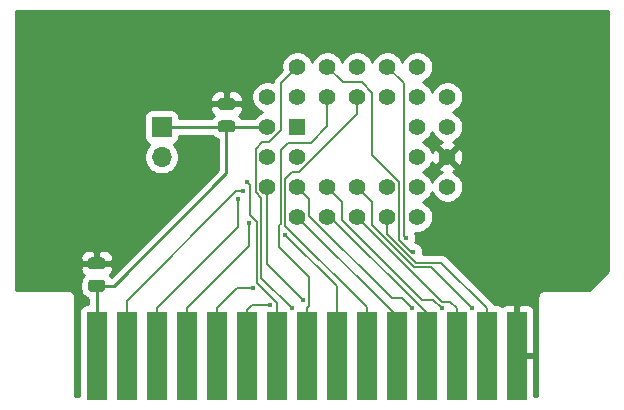
<source format=gbr>
G04 #@! TF.GenerationSoftware,KiCad,Pcbnew,(5.1.8)-1*
G04 #@! TF.CreationDate,2020-11-23T14:14:14+01:00*
G04 #@! TF.ProjectId,MM1_FLASH_128k_A,4d4d315f-464c-4415-9348-5f3132386b5f,R1*
G04 #@! TF.SameCoordinates,PX6b49d20PY52f83c0*
G04 #@! TF.FileFunction,Copper,L2,Bot*
G04 #@! TF.FilePolarity,Positive*
%FSLAX46Y46*%
G04 Gerber Fmt 4.6, Leading zero omitted, Abs format (unit mm)*
G04 Created by KiCad (PCBNEW (5.1.8)-1) date 2020-11-23 14:14:14*
%MOMM*%
%LPD*%
G01*
G04 APERTURE LIST*
G04 #@! TA.AperFunction,SMDPad,CuDef*
%ADD10R,1.700000X7.500000*%
G04 #@! TD*
G04 #@! TA.AperFunction,ComponentPad*
%ADD11R,1.422400X1.422400*%
G04 #@! TD*
G04 #@! TA.AperFunction,ComponentPad*
%ADD12C,1.422400*%
G04 #@! TD*
G04 #@! TA.AperFunction,ComponentPad*
%ADD13R,1.700000X1.700000*%
G04 #@! TD*
G04 #@! TA.AperFunction,ComponentPad*
%ADD14O,1.700000X1.700000*%
G04 #@! TD*
G04 #@! TA.AperFunction,ViaPad*
%ADD15C,0.450000*%
G04 #@! TD*
G04 #@! TA.AperFunction,Conductor*
%ADD16C,0.250000*%
G04 #@! TD*
G04 #@! TA.AperFunction,Conductor*
%ADD17C,0.200000*%
G04 #@! TD*
G04 #@! TA.AperFunction,Conductor*
%ADD18C,0.254000*%
G04 #@! TD*
G04 #@! TA.AperFunction,Conductor*
%ADD19C,0.100000*%
G04 #@! TD*
G04 APERTURE END LIST*
D10*
X7530000Y-29890000D03*
X10070000Y-29890000D03*
X12610000Y-29890000D03*
X15150000Y-29890000D03*
X17690000Y-29890000D03*
X20230000Y-29890000D03*
X22770000Y-29890000D03*
X25310000Y-29890000D03*
X27850000Y-29890000D03*
X30390000Y-29890000D03*
X32930000Y-29890000D03*
X35470000Y-29890000D03*
X38010000Y-29890000D03*
X40550000Y-29890000D03*
X43090000Y-29890000D03*
G04 #@! TA.AperFunction,SMDPad,CuDef*
G36*
G01*
X7025000Y-21550000D02*
X7975000Y-21550000D01*
G75*
G02*
X8225000Y-21800000I0J-250000D01*
G01*
X8225000Y-22300000D01*
G75*
G02*
X7975000Y-22550000I-250000J0D01*
G01*
X7025000Y-22550000D01*
G75*
G02*
X6775000Y-22300000I0J250000D01*
G01*
X6775000Y-21800000D01*
G75*
G02*
X7025000Y-21550000I250000J0D01*
G01*
G37*
G04 #@! TD.AperFunction*
G04 #@! TA.AperFunction,SMDPad,CuDef*
G36*
G01*
X7025000Y-23450000D02*
X7975000Y-23450000D01*
G75*
G02*
X8225000Y-23700000I0J-250000D01*
G01*
X8225000Y-24200000D01*
G75*
G02*
X7975000Y-24450000I-250000J0D01*
G01*
X7025000Y-24450000D01*
G75*
G02*
X6775000Y-24200000I0J250000D01*
G01*
X6775000Y-23700000D01*
G75*
G02*
X7025000Y-23450000I250000J0D01*
G01*
G37*
G04 #@! TD.AperFunction*
G04 #@! TA.AperFunction,SMDPad,CuDef*
G36*
G01*
X18975000Y-10950000D02*
X18025000Y-10950000D01*
G75*
G02*
X17775000Y-10700000I0J250000D01*
G01*
X17775000Y-10200000D01*
G75*
G02*
X18025000Y-9950000I250000J0D01*
G01*
X18975000Y-9950000D01*
G75*
G02*
X19225000Y-10200000I0J-250000D01*
G01*
X19225000Y-10700000D01*
G75*
G02*
X18975000Y-10950000I-250000J0D01*
G01*
G37*
G04 #@! TD.AperFunction*
G04 #@! TA.AperFunction,SMDPad,CuDef*
G36*
G01*
X18975000Y-9050000D02*
X18025000Y-9050000D01*
G75*
G02*
X17775000Y-8800000I0J250000D01*
G01*
X17775000Y-8300000D01*
G75*
G02*
X18025000Y-8050000I250000J0D01*
G01*
X18975000Y-8050000D01*
G75*
G02*
X19225000Y-8300000I0J-250000D01*
G01*
X19225000Y-8800000D01*
G75*
G02*
X18975000Y-9050000I-250000J0D01*
G01*
G37*
G04 #@! TD.AperFunction*
D11*
X24500000Y-10500000D03*
D12*
X24500000Y-13040000D03*
X24500000Y-7960000D03*
X21960000Y-13040000D03*
X21960000Y-15580000D03*
X21960000Y-10500000D03*
X21960000Y-7960000D03*
X24500000Y-15580000D03*
X27040000Y-15580000D03*
X29580000Y-15580000D03*
X32120000Y-15580000D03*
X24500000Y-18120000D03*
X27040000Y-18120000D03*
X29580000Y-18120000D03*
X32120000Y-18120000D03*
X34660000Y-18120000D03*
X34660000Y-15580000D03*
X34660000Y-13040000D03*
X34660000Y-10500000D03*
X34660000Y-5420000D03*
X37200000Y-15580000D03*
X37200000Y-13040000D03*
X37200000Y-10500000D03*
X37200000Y-7960000D03*
X34660000Y-7960000D03*
X32120000Y-7960000D03*
X29580000Y-7960000D03*
X27040000Y-7960000D03*
X32120000Y-5420000D03*
X29580000Y-5420000D03*
X27040000Y-5420000D03*
X24500000Y-5420000D03*
D13*
X13000000Y-10500000D03*
D14*
X13000000Y-13040000D03*
D15*
X11867500Y-17500500D03*
X39420000Y-20340000D03*
X19928400Y-15958400D03*
X19463000Y-16602800D03*
X20395200Y-18601400D03*
X20765400Y-24111600D03*
X22205700Y-25537400D03*
X20269390Y-15151100D03*
X24040000Y-25859700D03*
X23493200Y-19613600D03*
X24980600Y-25163000D03*
X33697600Y-19909500D03*
X34316600Y-21066300D03*
X34200000Y-25859700D03*
X36740000Y-25859700D03*
X39280000Y-25859700D03*
D16*
X7500000Y-21868000D02*
X7500000Y-22050000D01*
X43090000Y-29890000D02*
X43090000Y-18930000D01*
X43090000Y-18930000D02*
X37200000Y-13040000D01*
X18500000Y-10475000D02*
X13025000Y-10475000D01*
X21960000Y-10500000D02*
X18525000Y-10500000D01*
X18525000Y-10500000D02*
X18500000Y-10475000D01*
X18500000Y-10475000D02*
X18500000Y-10450000D01*
X7530000Y-23950000D02*
X7530000Y-29890000D01*
X7500000Y-23950000D02*
X7530000Y-23950000D01*
X7500000Y-23950000D02*
X8990000Y-23950000D01*
X8990000Y-23950000D02*
X18500000Y-14440000D01*
X13025000Y-10475000D02*
X13000000Y-10500000D01*
X18500000Y-10450000D02*
X18500000Y-14440000D01*
D17*
X19928400Y-15958400D02*
X19343000Y-15958400D01*
X19343000Y-15958400D02*
X10070000Y-25231400D01*
X10070000Y-25231400D02*
X10070000Y-29890000D01*
X12610000Y-25859700D02*
X19463000Y-19006700D01*
X19463000Y-19006700D02*
X19463000Y-16602800D01*
X12610000Y-29890000D02*
X12610000Y-25859700D01*
X20395200Y-18601400D02*
X20395200Y-20614500D01*
X20395200Y-20614500D02*
X15150000Y-25859700D01*
X15150000Y-29890000D02*
X15150000Y-25859700D01*
X17690000Y-29890000D02*
X17690000Y-25840000D01*
X19418400Y-24111600D02*
X20765400Y-24111600D01*
X17690000Y-25840000D02*
X19418400Y-24111600D01*
X20230000Y-29890000D02*
X20230000Y-25990000D01*
X20682600Y-25537400D02*
X22205700Y-25537400D01*
X20230000Y-25990000D02*
X20682600Y-25537400D01*
X22770000Y-25384100D02*
X21073500Y-23687600D01*
X20494389Y-15376099D02*
X20269390Y-15151100D01*
X21073500Y-23687600D02*
X21073500Y-18564900D01*
X21073500Y-18564900D02*
X20494389Y-17985789D01*
X22770000Y-29890000D02*
X22770000Y-25384100D01*
X20494389Y-17985789D02*
X20494389Y-15376099D01*
X27040000Y-10420000D02*
X27040000Y-7960000D01*
X25630000Y-11830000D02*
X27040000Y-10420000D01*
X23087500Y-18691900D02*
X23087500Y-12432500D01*
X22974700Y-20676600D02*
X22974700Y-18804700D01*
X22974700Y-18804700D02*
X23087500Y-18691900D01*
X25485900Y-23187800D02*
X22974700Y-20676600D01*
X25485900Y-25683800D02*
X25485900Y-23187800D01*
X23690000Y-11830000D02*
X25630000Y-11830000D01*
X23087500Y-12432500D02*
X23690000Y-11830000D01*
X25310000Y-25859700D02*
X25485900Y-25683800D01*
X25310000Y-29890000D02*
X25310000Y-25859700D01*
X23123800Y-10801600D02*
X23123800Y-6796200D01*
X22141300Y-11784100D02*
X23123800Y-10801600D01*
X21515900Y-11784100D02*
X22141300Y-11784100D01*
X23123800Y-6796200D02*
X24500000Y-5420000D01*
X20968400Y-12331600D02*
X21515900Y-11784100D01*
X20968400Y-15990600D02*
X20968400Y-12331600D01*
X21453900Y-16476100D02*
X20968400Y-15990600D01*
X21453900Y-23273600D02*
X21453900Y-16476100D01*
X24040000Y-25859700D02*
X21453900Y-23273600D01*
X23493200Y-19613600D02*
X27850000Y-23970400D01*
X27850000Y-23970400D02*
X27850000Y-29890000D01*
X21960000Y-15580000D02*
X21960000Y-22142400D01*
X21960000Y-22142400D02*
X24980600Y-25163000D01*
X29580000Y-9372300D02*
X29580000Y-7960000D01*
X24642300Y-14310000D02*
X29580000Y-9372300D01*
X24080000Y-14310000D02*
X24642300Y-14310000D01*
X23496000Y-14894000D02*
X24080000Y-14310000D01*
X30390000Y-25774000D02*
X23496000Y-18880000D01*
X23496000Y-18880000D02*
X23496000Y-14894000D01*
X30390000Y-29890000D02*
X30390000Y-25774000D01*
X32120000Y-5420000D02*
X33521500Y-6821500D01*
X33521500Y-6821500D02*
X33521500Y-19733400D01*
X33521500Y-19733400D02*
X33697600Y-19909500D01*
X32930000Y-26550000D02*
X24500000Y-18120000D01*
X32930000Y-29890000D02*
X32930000Y-26550000D01*
X34139700Y-21066300D02*
X34316600Y-21066300D01*
X33130400Y-20057000D02*
X34139700Y-21066300D01*
X33130400Y-15188100D02*
X33130400Y-20057000D01*
X29970000Y-6710000D02*
X30850000Y-7590000D01*
X30850000Y-12907700D02*
X33130400Y-15188100D01*
X30850000Y-7590000D02*
X30850000Y-12907700D01*
X28330000Y-6710000D02*
X29970000Y-6710000D01*
X27040000Y-5420000D02*
X28330000Y-6710000D01*
X27304300Y-18120000D02*
X27040000Y-18120000D01*
X35470000Y-26285700D02*
X27304300Y-18120000D01*
X35470000Y-29890000D02*
X35470000Y-26285700D01*
X24500000Y-15580000D02*
X25497100Y-16577100D01*
X25497100Y-16577100D02*
X25497100Y-18001500D01*
X25497100Y-18001500D02*
X32488400Y-24992800D01*
X32488400Y-24992800D02*
X33333100Y-24992800D01*
X33333100Y-24992800D02*
X34200000Y-25859700D01*
X38010000Y-29890000D02*
X38010000Y-25859700D01*
X29580000Y-18120000D02*
X36768100Y-25308100D01*
X36768100Y-25308100D02*
X37458400Y-25308100D01*
X37458400Y-25308100D02*
X38010000Y-25859700D01*
X27040000Y-15580000D02*
X28310000Y-16850000D01*
X28310000Y-16850000D02*
X28310000Y-18348400D01*
X28310000Y-18348400D02*
X35086500Y-25124900D01*
X35086500Y-25124900D02*
X36005200Y-25124900D01*
X36005200Y-25124900D02*
X36740000Y-25859700D01*
X40550000Y-25859700D02*
X36677200Y-21986900D01*
X36677200Y-21986900D02*
X34522500Y-21986900D01*
X34522500Y-21986900D02*
X32120000Y-19584400D01*
X32120000Y-19584400D02*
X32120000Y-18120000D01*
X40550000Y-29890000D02*
X40550000Y-25859700D01*
X39280000Y-25859700D02*
X35787500Y-22367200D01*
X35787500Y-22367200D02*
X34365000Y-22367200D01*
X34365000Y-22367200D02*
X30816400Y-18818600D01*
X30816400Y-18818600D02*
X30816400Y-16816400D01*
X30816400Y-16816400D02*
X29580000Y-15580000D01*
D18*
X50790000Y-22705908D02*
X49205909Y-24290000D01*
X45534877Y-24290000D01*
X45500000Y-24286565D01*
X45465123Y-24290000D01*
X45360816Y-24300273D01*
X45226980Y-24340872D01*
X45103637Y-24406800D01*
X44995525Y-24495525D01*
X44906800Y-24603637D01*
X44840872Y-24726980D01*
X44800273Y-24860816D01*
X44786565Y-25000000D01*
X44790000Y-25034876D01*
X44790001Y-33290000D01*
X44577762Y-33290000D01*
X44575000Y-30175750D01*
X44416250Y-30017000D01*
X43217000Y-30017000D01*
X43217000Y-30037000D01*
X42963000Y-30037000D01*
X42963000Y-30017000D01*
X42943000Y-30017000D01*
X42943000Y-29763000D01*
X42963000Y-29763000D01*
X42963000Y-25663750D01*
X43217000Y-25663750D01*
X43217000Y-29763000D01*
X44416250Y-29763000D01*
X44575000Y-29604250D01*
X44578072Y-26140000D01*
X44565812Y-26015518D01*
X44529502Y-25895820D01*
X44470537Y-25785506D01*
X44391185Y-25688815D01*
X44294494Y-25609463D01*
X44184180Y-25550498D01*
X44064482Y-25514188D01*
X43940000Y-25501928D01*
X43375750Y-25505000D01*
X43217000Y-25663750D01*
X42963000Y-25663750D01*
X42804250Y-25505000D01*
X42240000Y-25501928D01*
X42115518Y-25514188D01*
X41995820Y-25550498D01*
X41885506Y-25609463D01*
X41820000Y-25663222D01*
X41754494Y-25609463D01*
X41644180Y-25550498D01*
X41524482Y-25514188D01*
X41400000Y-25501928D01*
X41192174Y-25501928D01*
X41164087Y-25449380D01*
X41072238Y-25337462D01*
X41044193Y-25314446D01*
X37222459Y-21492713D01*
X37199438Y-21464662D01*
X37087520Y-21372813D01*
X36959833Y-21304563D01*
X36821285Y-21262535D01*
X36713305Y-21251900D01*
X36677200Y-21248344D01*
X36641095Y-21251900D01*
X35156531Y-21251900D01*
X35176600Y-21151003D01*
X35176600Y-20981597D01*
X35143551Y-20815447D01*
X35078722Y-20658937D01*
X34984605Y-20518082D01*
X34864818Y-20398295D01*
X34723963Y-20304178D01*
X34567453Y-20239349D01*
X34497586Y-20225452D01*
X34524551Y-20160353D01*
X34557600Y-19994203D01*
X34557600Y-19824797D01*
X34524551Y-19658647D01*
X34459722Y-19502137D01*
X34421653Y-19445164D01*
X34527411Y-19466200D01*
X34792589Y-19466200D01*
X35052672Y-19414467D01*
X35297665Y-19312987D01*
X35518153Y-19165662D01*
X35705662Y-18978153D01*
X35852987Y-18757665D01*
X35954467Y-18512672D01*
X36006200Y-18252589D01*
X36006200Y-17987411D01*
X35954467Y-17727328D01*
X35852987Y-17482335D01*
X35705662Y-17261847D01*
X35518153Y-17074338D01*
X35297665Y-16927013D01*
X35111740Y-16850000D01*
X35297665Y-16772987D01*
X35518153Y-16625662D01*
X35705662Y-16438153D01*
X35852987Y-16217665D01*
X35930000Y-16031740D01*
X36007013Y-16217665D01*
X36154338Y-16438153D01*
X36341847Y-16625662D01*
X36562335Y-16772987D01*
X36807328Y-16874467D01*
X37067411Y-16926200D01*
X37332589Y-16926200D01*
X37592672Y-16874467D01*
X37837665Y-16772987D01*
X38058153Y-16625662D01*
X38245662Y-16438153D01*
X38392987Y-16217665D01*
X38494467Y-15972672D01*
X38546200Y-15712589D01*
X38546200Y-15447411D01*
X38494467Y-15187328D01*
X38392987Y-14942335D01*
X38245662Y-14721847D01*
X38058153Y-14534338D01*
X37837665Y-14387013D01*
X37649400Y-14309031D01*
X37785280Y-14259542D01*
X37888848Y-14204183D01*
X37949668Y-13969273D01*
X37200000Y-13219605D01*
X36450332Y-13969273D01*
X36511152Y-14204183D01*
X36742934Y-14312206D01*
X36562335Y-14387013D01*
X36341847Y-14534338D01*
X36154338Y-14721847D01*
X36007013Y-14942335D01*
X35930000Y-15128260D01*
X35852987Y-14942335D01*
X35705662Y-14721847D01*
X35518153Y-14534338D01*
X35297665Y-14387013D01*
X35111740Y-14310000D01*
X35297665Y-14232987D01*
X35518153Y-14085662D01*
X35705662Y-13898153D01*
X35852987Y-13677665D01*
X35930969Y-13489400D01*
X35980458Y-13625280D01*
X36035817Y-13728848D01*
X36270727Y-13789668D01*
X37020395Y-13040000D01*
X37379605Y-13040000D01*
X38129273Y-13789668D01*
X38364183Y-13728848D01*
X38476202Y-13488491D01*
X38539176Y-13230898D01*
X38550687Y-12965970D01*
X38510291Y-12703887D01*
X38419542Y-12454720D01*
X38364183Y-12351152D01*
X38129273Y-12290332D01*
X37379605Y-13040000D01*
X37020395Y-13040000D01*
X36270727Y-12290332D01*
X36035817Y-12351152D01*
X35927794Y-12582934D01*
X35852987Y-12402335D01*
X35705662Y-12181847D01*
X35518153Y-11994338D01*
X35297665Y-11847013D01*
X35111740Y-11770000D01*
X35297665Y-11692987D01*
X35518153Y-11545662D01*
X35705662Y-11358153D01*
X35852987Y-11137665D01*
X35930000Y-10951740D01*
X36007013Y-11137665D01*
X36154338Y-11358153D01*
X36341847Y-11545662D01*
X36562335Y-11692987D01*
X36750600Y-11770969D01*
X36614720Y-11820458D01*
X36511152Y-11875817D01*
X36450332Y-12110727D01*
X37200000Y-12860395D01*
X37949668Y-12110727D01*
X37888848Y-11875817D01*
X37657066Y-11767794D01*
X37837665Y-11692987D01*
X38058153Y-11545662D01*
X38245662Y-11358153D01*
X38392987Y-11137665D01*
X38494467Y-10892672D01*
X38546200Y-10632589D01*
X38546200Y-10367411D01*
X38494467Y-10107328D01*
X38392987Y-9862335D01*
X38245662Y-9641847D01*
X38058153Y-9454338D01*
X37837665Y-9307013D01*
X37651740Y-9230000D01*
X37837665Y-9152987D01*
X38058153Y-9005662D01*
X38245662Y-8818153D01*
X38392987Y-8597665D01*
X38494467Y-8352672D01*
X38546200Y-8092589D01*
X38546200Y-7827411D01*
X38494467Y-7567328D01*
X38392987Y-7322335D01*
X38245662Y-7101847D01*
X38058153Y-6914338D01*
X37837665Y-6767013D01*
X37592672Y-6665533D01*
X37332589Y-6613800D01*
X37067411Y-6613800D01*
X36807328Y-6665533D01*
X36562335Y-6767013D01*
X36341847Y-6914338D01*
X36154338Y-7101847D01*
X36007013Y-7322335D01*
X35930000Y-7508260D01*
X35852987Y-7322335D01*
X35705662Y-7101847D01*
X35518153Y-6914338D01*
X35297665Y-6767013D01*
X35111740Y-6690000D01*
X35297665Y-6612987D01*
X35518153Y-6465662D01*
X35705662Y-6278153D01*
X35852987Y-6057665D01*
X35954467Y-5812672D01*
X36006200Y-5552589D01*
X36006200Y-5287411D01*
X35954467Y-5027328D01*
X35852987Y-4782335D01*
X35705662Y-4561847D01*
X35518153Y-4374338D01*
X35297665Y-4227013D01*
X35052672Y-4125533D01*
X34792589Y-4073800D01*
X34527411Y-4073800D01*
X34267328Y-4125533D01*
X34022335Y-4227013D01*
X33801847Y-4374338D01*
X33614338Y-4561847D01*
X33467013Y-4782335D01*
X33390000Y-4968260D01*
X33312987Y-4782335D01*
X33165662Y-4561847D01*
X32978153Y-4374338D01*
X32757665Y-4227013D01*
X32512672Y-4125533D01*
X32252589Y-4073800D01*
X31987411Y-4073800D01*
X31727328Y-4125533D01*
X31482335Y-4227013D01*
X31261847Y-4374338D01*
X31074338Y-4561847D01*
X30927013Y-4782335D01*
X30850000Y-4968260D01*
X30772987Y-4782335D01*
X30625662Y-4561847D01*
X30438153Y-4374338D01*
X30217665Y-4227013D01*
X29972672Y-4125533D01*
X29712589Y-4073800D01*
X29447411Y-4073800D01*
X29187328Y-4125533D01*
X28942335Y-4227013D01*
X28721847Y-4374338D01*
X28534338Y-4561847D01*
X28387013Y-4782335D01*
X28310000Y-4968260D01*
X28232987Y-4782335D01*
X28085662Y-4561847D01*
X27898153Y-4374338D01*
X27677665Y-4227013D01*
X27432672Y-4125533D01*
X27172589Y-4073800D01*
X26907411Y-4073800D01*
X26647328Y-4125533D01*
X26402335Y-4227013D01*
X26181847Y-4374338D01*
X25994338Y-4561847D01*
X25847013Y-4782335D01*
X25770000Y-4968260D01*
X25692987Y-4782335D01*
X25545662Y-4561847D01*
X25358153Y-4374338D01*
X25137665Y-4227013D01*
X24892672Y-4125533D01*
X24632589Y-4073800D01*
X24367411Y-4073800D01*
X24107328Y-4125533D01*
X23862335Y-4227013D01*
X23641847Y-4374338D01*
X23454338Y-4561847D01*
X23307013Y-4782335D01*
X23205533Y-5027328D01*
X23153800Y-5287411D01*
X23153800Y-5552589D01*
X23182695Y-5697858D01*
X22629608Y-6250946D01*
X22601563Y-6273962D01*
X22509714Y-6385880D01*
X22487539Y-6427367D01*
X22441464Y-6513567D01*
X22399435Y-6652115D01*
X22396332Y-6683618D01*
X22352672Y-6665533D01*
X22092589Y-6613800D01*
X21827411Y-6613800D01*
X21567328Y-6665533D01*
X21322335Y-6767013D01*
X21101847Y-6914338D01*
X20914338Y-7101847D01*
X20767013Y-7322335D01*
X20665533Y-7567328D01*
X20613800Y-7827411D01*
X20613800Y-8092589D01*
X20665533Y-8352672D01*
X20767013Y-8597665D01*
X20914338Y-8818153D01*
X21101847Y-9005662D01*
X21322335Y-9152987D01*
X21508260Y-9230000D01*
X21322335Y-9307013D01*
X21101847Y-9454338D01*
X20914338Y-9641847D01*
X20848754Y-9740000D01*
X19731250Y-9740000D01*
X19713405Y-9706614D01*
X19602962Y-9572038D01*
X19596406Y-9566658D01*
X19676185Y-9501185D01*
X19755537Y-9404494D01*
X19814502Y-9294180D01*
X19850812Y-9174482D01*
X19863072Y-9050000D01*
X19860000Y-8835750D01*
X19701250Y-8677000D01*
X18627000Y-8677000D01*
X18627000Y-8697000D01*
X18373000Y-8697000D01*
X18373000Y-8677000D01*
X17298750Y-8677000D01*
X17140000Y-8835750D01*
X17136928Y-9050000D01*
X17149188Y-9174482D01*
X17185498Y-9294180D01*
X17244463Y-9404494D01*
X17323815Y-9501185D01*
X17403594Y-9566658D01*
X17397038Y-9572038D01*
X17286595Y-9706614D01*
X17282113Y-9715000D01*
X14488072Y-9715000D01*
X14488072Y-9650000D01*
X14475812Y-9525518D01*
X14439502Y-9405820D01*
X14380537Y-9295506D01*
X14301185Y-9198815D01*
X14204494Y-9119463D01*
X14094180Y-9060498D01*
X13974482Y-9024188D01*
X13850000Y-9011928D01*
X12150000Y-9011928D01*
X12025518Y-9024188D01*
X11905820Y-9060498D01*
X11795506Y-9119463D01*
X11698815Y-9198815D01*
X11619463Y-9295506D01*
X11560498Y-9405820D01*
X11524188Y-9525518D01*
X11511928Y-9650000D01*
X11511928Y-11350000D01*
X11524188Y-11474482D01*
X11560498Y-11594180D01*
X11619463Y-11704494D01*
X11698815Y-11801185D01*
X11795506Y-11880537D01*
X11905820Y-11939502D01*
X11978380Y-11961513D01*
X11846525Y-12093368D01*
X11684010Y-12336589D01*
X11572068Y-12606842D01*
X11515000Y-12893740D01*
X11515000Y-13186260D01*
X11572068Y-13473158D01*
X11684010Y-13743411D01*
X11846525Y-13986632D01*
X12053368Y-14193475D01*
X12296589Y-14355990D01*
X12566842Y-14467932D01*
X12853740Y-14525000D01*
X13146260Y-14525000D01*
X13433158Y-14467932D01*
X13703411Y-14355990D01*
X13946632Y-14193475D01*
X14153475Y-13986632D01*
X14315990Y-13743411D01*
X14427932Y-13473158D01*
X14485000Y-13186260D01*
X14485000Y-12893740D01*
X14427932Y-12606842D01*
X14315990Y-12336589D01*
X14153475Y-12093368D01*
X14021620Y-11961513D01*
X14094180Y-11939502D01*
X14204494Y-11880537D01*
X14301185Y-11801185D01*
X14380537Y-11704494D01*
X14439502Y-11594180D01*
X14475812Y-11474482D01*
X14488072Y-11350000D01*
X14488072Y-11235000D01*
X17320747Y-11235000D01*
X17397038Y-11327962D01*
X17531614Y-11438405D01*
X17685150Y-11520472D01*
X17740000Y-11537111D01*
X17740001Y-14125197D01*
X8688695Y-23176504D01*
X8602962Y-23072038D01*
X8596406Y-23066658D01*
X8676185Y-23001185D01*
X8755537Y-22904494D01*
X8814502Y-22794180D01*
X8850812Y-22674482D01*
X8863072Y-22550000D01*
X8860000Y-22335750D01*
X8701250Y-22177000D01*
X7627000Y-22177000D01*
X7627000Y-22197000D01*
X7373000Y-22197000D01*
X7373000Y-22177000D01*
X6298750Y-22177000D01*
X6140000Y-22335750D01*
X6136928Y-22550000D01*
X6149188Y-22674482D01*
X6185498Y-22794180D01*
X6244463Y-22904494D01*
X6323815Y-23001185D01*
X6403594Y-23066658D01*
X6397038Y-23072038D01*
X6286595Y-23206614D01*
X6204528Y-23360150D01*
X6153992Y-23526746D01*
X6136928Y-23700000D01*
X6136928Y-24200000D01*
X6153992Y-24373254D01*
X6204528Y-24539850D01*
X6286595Y-24693386D01*
X6397038Y-24827962D01*
X6531614Y-24938405D01*
X6685150Y-25020472D01*
X6770000Y-25046211D01*
X6770000Y-25501928D01*
X6680000Y-25501928D01*
X6555518Y-25514188D01*
X6435820Y-25550498D01*
X6325506Y-25609463D01*
X6228815Y-25688815D01*
X6149463Y-25785506D01*
X6090498Y-25895820D01*
X6054188Y-26015518D01*
X6041928Y-26140000D01*
X6041928Y-33290000D01*
X5710000Y-33290000D01*
X5710000Y-25034876D01*
X5713435Y-25000000D01*
X5699727Y-24860816D01*
X5659128Y-24726980D01*
X5593200Y-24603637D01*
X5504475Y-24495525D01*
X5396363Y-24406800D01*
X5273020Y-24340872D01*
X5139184Y-24300273D01*
X5034877Y-24290000D01*
X5000000Y-24286565D01*
X4965123Y-24290000D01*
X710000Y-24290000D01*
X710000Y-21550000D01*
X6136928Y-21550000D01*
X6140000Y-21764250D01*
X6298750Y-21923000D01*
X7373000Y-21923000D01*
X7373000Y-21073750D01*
X7627000Y-21073750D01*
X7627000Y-21923000D01*
X8701250Y-21923000D01*
X8860000Y-21764250D01*
X8863072Y-21550000D01*
X8850812Y-21425518D01*
X8814502Y-21305820D01*
X8755537Y-21195506D01*
X8676185Y-21098815D01*
X8579494Y-21019463D01*
X8469180Y-20960498D01*
X8349482Y-20924188D01*
X8225000Y-20911928D01*
X7785750Y-20915000D01*
X7627000Y-21073750D01*
X7373000Y-21073750D01*
X7214250Y-20915000D01*
X6775000Y-20911928D01*
X6650518Y-20924188D01*
X6530820Y-20960498D01*
X6420506Y-21019463D01*
X6323815Y-21098815D01*
X6244463Y-21195506D01*
X6185498Y-21305820D01*
X6149188Y-21425518D01*
X6136928Y-21550000D01*
X710000Y-21550000D01*
X710000Y-8050000D01*
X17136928Y-8050000D01*
X17140000Y-8264250D01*
X17298750Y-8423000D01*
X18373000Y-8423000D01*
X18373000Y-7573750D01*
X18627000Y-7573750D01*
X18627000Y-8423000D01*
X19701250Y-8423000D01*
X19860000Y-8264250D01*
X19863072Y-8050000D01*
X19850812Y-7925518D01*
X19814502Y-7805820D01*
X19755537Y-7695506D01*
X19676185Y-7598815D01*
X19579494Y-7519463D01*
X19469180Y-7460498D01*
X19349482Y-7424188D01*
X19225000Y-7411928D01*
X18785750Y-7415000D01*
X18627000Y-7573750D01*
X18373000Y-7573750D01*
X18214250Y-7415000D01*
X17775000Y-7411928D01*
X17650518Y-7424188D01*
X17530820Y-7460498D01*
X17420506Y-7519463D01*
X17323815Y-7598815D01*
X17244463Y-7695506D01*
X17185498Y-7805820D01*
X17149188Y-7925518D01*
X17136928Y-8050000D01*
X710000Y-8050000D01*
X710000Y-710000D01*
X50790001Y-710000D01*
X50790000Y-22705908D01*
G04 #@! TA.AperFunction,Conductor*
D19*
G36*
X50790000Y-22705908D02*
G01*
X49205909Y-24290000D01*
X45534877Y-24290000D01*
X45500000Y-24286565D01*
X45465123Y-24290000D01*
X45360816Y-24300273D01*
X45226980Y-24340872D01*
X45103637Y-24406800D01*
X44995525Y-24495525D01*
X44906800Y-24603637D01*
X44840872Y-24726980D01*
X44800273Y-24860816D01*
X44786565Y-25000000D01*
X44790000Y-25034876D01*
X44790001Y-33290000D01*
X44577762Y-33290000D01*
X44575000Y-30175750D01*
X44416250Y-30017000D01*
X43217000Y-30017000D01*
X43217000Y-30037000D01*
X42963000Y-30037000D01*
X42963000Y-30017000D01*
X42943000Y-30017000D01*
X42943000Y-29763000D01*
X42963000Y-29763000D01*
X42963000Y-25663750D01*
X43217000Y-25663750D01*
X43217000Y-29763000D01*
X44416250Y-29763000D01*
X44575000Y-29604250D01*
X44578072Y-26140000D01*
X44565812Y-26015518D01*
X44529502Y-25895820D01*
X44470537Y-25785506D01*
X44391185Y-25688815D01*
X44294494Y-25609463D01*
X44184180Y-25550498D01*
X44064482Y-25514188D01*
X43940000Y-25501928D01*
X43375750Y-25505000D01*
X43217000Y-25663750D01*
X42963000Y-25663750D01*
X42804250Y-25505000D01*
X42240000Y-25501928D01*
X42115518Y-25514188D01*
X41995820Y-25550498D01*
X41885506Y-25609463D01*
X41820000Y-25663222D01*
X41754494Y-25609463D01*
X41644180Y-25550498D01*
X41524482Y-25514188D01*
X41400000Y-25501928D01*
X41192174Y-25501928D01*
X41164087Y-25449380D01*
X41072238Y-25337462D01*
X41044193Y-25314446D01*
X37222459Y-21492713D01*
X37199438Y-21464662D01*
X37087520Y-21372813D01*
X36959833Y-21304563D01*
X36821285Y-21262535D01*
X36713305Y-21251900D01*
X36677200Y-21248344D01*
X36641095Y-21251900D01*
X35156531Y-21251900D01*
X35176600Y-21151003D01*
X35176600Y-20981597D01*
X35143551Y-20815447D01*
X35078722Y-20658937D01*
X34984605Y-20518082D01*
X34864818Y-20398295D01*
X34723963Y-20304178D01*
X34567453Y-20239349D01*
X34497586Y-20225452D01*
X34524551Y-20160353D01*
X34557600Y-19994203D01*
X34557600Y-19824797D01*
X34524551Y-19658647D01*
X34459722Y-19502137D01*
X34421653Y-19445164D01*
X34527411Y-19466200D01*
X34792589Y-19466200D01*
X35052672Y-19414467D01*
X35297665Y-19312987D01*
X35518153Y-19165662D01*
X35705662Y-18978153D01*
X35852987Y-18757665D01*
X35954467Y-18512672D01*
X36006200Y-18252589D01*
X36006200Y-17987411D01*
X35954467Y-17727328D01*
X35852987Y-17482335D01*
X35705662Y-17261847D01*
X35518153Y-17074338D01*
X35297665Y-16927013D01*
X35111740Y-16850000D01*
X35297665Y-16772987D01*
X35518153Y-16625662D01*
X35705662Y-16438153D01*
X35852987Y-16217665D01*
X35930000Y-16031740D01*
X36007013Y-16217665D01*
X36154338Y-16438153D01*
X36341847Y-16625662D01*
X36562335Y-16772987D01*
X36807328Y-16874467D01*
X37067411Y-16926200D01*
X37332589Y-16926200D01*
X37592672Y-16874467D01*
X37837665Y-16772987D01*
X38058153Y-16625662D01*
X38245662Y-16438153D01*
X38392987Y-16217665D01*
X38494467Y-15972672D01*
X38546200Y-15712589D01*
X38546200Y-15447411D01*
X38494467Y-15187328D01*
X38392987Y-14942335D01*
X38245662Y-14721847D01*
X38058153Y-14534338D01*
X37837665Y-14387013D01*
X37649400Y-14309031D01*
X37785280Y-14259542D01*
X37888848Y-14204183D01*
X37949668Y-13969273D01*
X37200000Y-13219605D01*
X36450332Y-13969273D01*
X36511152Y-14204183D01*
X36742934Y-14312206D01*
X36562335Y-14387013D01*
X36341847Y-14534338D01*
X36154338Y-14721847D01*
X36007013Y-14942335D01*
X35930000Y-15128260D01*
X35852987Y-14942335D01*
X35705662Y-14721847D01*
X35518153Y-14534338D01*
X35297665Y-14387013D01*
X35111740Y-14310000D01*
X35297665Y-14232987D01*
X35518153Y-14085662D01*
X35705662Y-13898153D01*
X35852987Y-13677665D01*
X35930969Y-13489400D01*
X35980458Y-13625280D01*
X36035817Y-13728848D01*
X36270727Y-13789668D01*
X37020395Y-13040000D01*
X37379605Y-13040000D01*
X38129273Y-13789668D01*
X38364183Y-13728848D01*
X38476202Y-13488491D01*
X38539176Y-13230898D01*
X38550687Y-12965970D01*
X38510291Y-12703887D01*
X38419542Y-12454720D01*
X38364183Y-12351152D01*
X38129273Y-12290332D01*
X37379605Y-13040000D01*
X37020395Y-13040000D01*
X36270727Y-12290332D01*
X36035817Y-12351152D01*
X35927794Y-12582934D01*
X35852987Y-12402335D01*
X35705662Y-12181847D01*
X35518153Y-11994338D01*
X35297665Y-11847013D01*
X35111740Y-11770000D01*
X35297665Y-11692987D01*
X35518153Y-11545662D01*
X35705662Y-11358153D01*
X35852987Y-11137665D01*
X35930000Y-10951740D01*
X36007013Y-11137665D01*
X36154338Y-11358153D01*
X36341847Y-11545662D01*
X36562335Y-11692987D01*
X36750600Y-11770969D01*
X36614720Y-11820458D01*
X36511152Y-11875817D01*
X36450332Y-12110727D01*
X37200000Y-12860395D01*
X37949668Y-12110727D01*
X37888848Y-11875817D01*
X37657066Y-11767794D01*
X37837665Y-11692987D01*
X38058153Y-11545662D01*
X38245662Y-11358153D01*
X38392987Y-11137665D01*
X38494467Y-10892672D01*
X38546200Y-10632589D01*
X38546200Y-10367411D01*
X38494467Y-10107328D01*
X38392987Y-9862335D01*
X38245662Y-9641847D01*
X38058153Y-9454338D01*
X37837665Y-9307013D01*
X37651740Y-9230000D01*
X37837665Y-9152987D01*
X38058153Y-9005662D01*
X38245662Y-8818153D01*
X38392987Y-8597665D01*
X38494467Y-8352672D01*
X38546200Y-8092589D01*
X38546200Y-7827411D01*
X38494467Y-7567328D01*
X38392987Y-7322335D01*
X38245662Y-7101847D01*
X38058153Y-6914338D01*
X37837665Y-6767013D01*
X37592672Y-6665533D01*
X37332589Y-6613800D01*
X37067411Y-6613800D01*
X36807328Y-6665533D01*
X36562335Y-6767013D01*
X36341847Y-6914338D01*
X36154338Y-7101847D01*
X36007013Y-7322335D01*
X35930000Y-7508260D01*
X35852987Y-7322335D01*
X35705662Y-7101847D01*
X35518153Y-6914338D01*
X35297665Y-6767013D01*
X35111740Y-6690000D01*
X35297665Y-6612987D01*
X35518153Y-6465662D01*
X35705662Y-6278153D01*
X35852987Y-6057665D01*
X35954467Y-5812672D01*
X36006200Y-5552589D01*
X36006200Y-5287411D01*
X35954467Y-5027328D01*
X35852987Y-4782335D01*
X35705662Y-4561847D01*
X35518153Y-4374338D01*
X35297665Y-4227013D01*
X35052672Y-4125533D01*
X34792589Y-4073800D01*
X34527411Y-4073800D01*
X34267328Y-4125533D01*
X34022335Y-4227013D01*
X33801847Y-4374338D01*
X33614338Y-4561847D01*
X33467013Y-4782335D01*
X33390000Y-4968260D01*
X33312987Y-4782335D01*
X33165662Y-4561847D01*
X32978153Y-4374338D01*
X32757665Y-4227013D01*
X32512672Y-4125533D01*
X32252589Y-4073800D01*
X31987411Y-4073800D01*
X31727328Y-4125533D01*
X31482335Y-4227013D01*
X31261847Y-4374338D01*
X31074338Y-4561847D01*
X30927013Y-4782335D01*
X30850000Y-4968260D01*
X30772987Y-4782335D01*
X30625662Y-4561847D01*
X30438153Y-4374338D01*
X30217665Y-4227013D01*
X29972672Y-4125533D01*
X29712589Y-4073800D01*
X29447411Y-4073800D01*
X29187328Y-4125533D01*
X28942335Y-4227013D01*
X28721847Y-4374338D01*
X28534338Y-4561847D01*
X28387013Y-4782335D01*
X28310000Y-4968260D01*
X28232987Y-4782335D01*
X28085662Y-4561847D01*
X27898153Y-4374338D01*
X27677665Y-4227013D01*
X27432672Y-4125533D01*
X27172589Y-4073800D01*
X26907411Y-4073800D01*
X26647328Y-4125533D01*
X26402335Y-4227013D01*
X26181847Y-4374338D01*
X25994338Y-4561847D01*
X25847013Y-4782335D01*
X25770000Y-4968260D01*
X25692987Y-4782335D01*
X25545662Y-4561847D01*
X25358153Y-4374338D01*
X25137665Y-4227013D01*
X24892672Y-4125533D01*
X24632589Y-4073800D01*
X24367411Y-4073800D01*
X24107328Y-4125533D01*
X23862335Y-4227013D01*
X23641847Y-4374338D01*
X23454338Y-4561847D01*
X23307013Y-4782335D01*
X23205533Y-5027328D01*
X23153800Y-5287411D01*
X23153800Y-5552589D01*
X23182695Y-5697858D01*
X22629608Y-6250946D01*
X22601563Y-6273962D01*
X22509714Y-6385880D01*
X22487539Y-6427367D01*
X22441464Y-6513567D01*
X22399435Y-6652115D01*
X22396332Y-6683618D01*
X22352672Y-6665533D01*
X22092589Y-6613800D01*
X21827411Y-6613800D01*
X21567328Y-6665533D01*
X21322335Y-6767013D01*
X21101847Y-6914338D01*
X20914338Y-7101847D01*
X20767013Y-7322335D01*
X20665533Y-7567328D01*
X20613800Y-7827411D01*
X20613800Y-8092589D01*
X20665533Y-8352672D01*
X20767013Y-8597665D01*
X20914338Y-8818153D01*
X21101847Y-9005662D01*
X21322335Y-9152987D01*
X21508260Y-9230000D01*
X21322335Y-9307013D01*
X21101847Y-9454338D01*
X20914338Y-9641847D01*
X20848754Y-9740000D01*
X19731250Y-9740000D01*
X19713405Y-9706614D01*
X19602962Y-9572038D01*
X19596406Y-9566658D01*
X19676185Y-9501185D01*
X19755537Y-9404494D01*
X19814502Y-9294180D01*
X19850812Y-9174482D01*
X19863072Y-9050000D01*
X19860000Y-8835750D01*
X19701250Y-8677000D01*
X18627000Y-8677000D01*
X18627000Y-8697000D01*
X18373000Y-8697000D01*
X18373000Y-8677000D01*
X17298750Y-8677000D01*
X17140000Y-8835750D01*
X17136928Y-9050000D01*
X17149188Y-9174482D01*
X17185498Y-9294180D01*
X17244463Y-9404494D01*
X17323815Y-9501185D01*
X17403594Y-9566658D01*
X17397038Y-9572038D01*
X17286595Y-9706614D01*
X17282113Y-9715000D01*
X14488072Y-9715000D01*
X14488072Y-9650000D01*
X14475812Y-9525518D01*
X14439502Y-9405820D01*
X14380537Y-9295506D01*
X14301185Y-9198815D01*
X14204494Y-9119463D01*
X14094180Y-9060498D01*
X13974482Y-9024188D01*
X13850000Y-9011928D01*
X12150000Y-9011928D01*
X12025518Y-9024188D01*
X11905820Y-9060498D01*
X11795506Y-9119463D01*
X11698815Y-9198815D01*
X11619463Y-9295506D01*
X11560498Y-9405820D01*
X11524188Y-9525518D01*
X11511928Y-9650000D01*
X11511928Y-11350000D01*
X11524188Y-11474482D01*
X11560498Y-11594180D01*
X11619463Y-11704494D01*
X11698815Y-11801185D01*
X11795506Y-11880537D01*
X11905820Y-11939502D01*
X11978380Y-11961513D01*
X11846525Y-12093368D01*
X11684010Y-12336589D01*
X11572068Y-12606842D01*
X11515000Y-12893740D01*
X11515000Y-13186260D01*
X11572068Y-13473158D01*
X11684010Y-13743411D01*
X11846525Y-13986632D01*
X12053368Y-14193475D01*
X12296589Y-14355990D01*
X12566842Y-14467932D01*
X12853740Y-14525000D01*
X13146260Y-14525000D01*
X13433158Y-14467932D01*
X13703411Y-14355990D01*
X13946632Y-14193475D01*
X14153475Y-13986632D01*
X14315990Y-13743411D01*
X14427932Y-13473158D01*
X14485000Y-13186260D01*
X14485000Y-12893740D01*
X14427932Y-12606842D01*
X14315990Y-12336589D01*
X14153475Y-12093368D01*
X14021620Y-11961513D01*
X14094180Y-11939502D01*
X14204494Y-11880537D01*
X14301185Y-11801185D01*
X14380537Y-11704494D01*
X14439502Y-11594180D01*
X14475812Y-11474482D01*
X14488072Y-11350000D01*
X14488072Y-11235000D01*
X17320747Y-11235000D01*
X17397038Y-11327962D01*
X17531614Y-11438405D01*
X17685150Y-11520472D01*
X17740000Y-11537111D01*
X17740001Y-14125197D01*
X8688695Y-23176504D01*
X8602962Y-23072038D01*
X8596406Y-23066658D01*
X8676185Y-23001185D01*
X8755537Y-22904494D01*
X8814502Y-22794180D01*
X8850812Y-22674482D01*
X8863072Y-22550000D01*
X8860000Y-22335750D01*
X8701250Y-22177000D01*
X7627000Y-22177000D01*
X7627000Y-22197000D01*
X7373000Y-22197000D01*
X7373000Y-22177000D01*
X6298750Y-22177000D01*
X6140000Y-22335750D01*
X6136928Y-22550000D01*
X6149188Y-22674482D01*
X6185498Y-22794180D01*
X6244463Y-22904494D01*
X6323815Y-23001185D01*
X6403594Y-23066658D01*
X6397038Y-23072038D01*
X6286595Y-23206614D01*
X6204528Y-23360150D01*
X6153992Y-23526746D01*
X6136928Y-23700000D01*
X6136928Y-24200000D01*
X6153992Y-24373254D01*
X6204528Y-24539850D01*
X6286595Y-24693386D01*
X6397038Y-24827962D01*
X6531614Y-24938405D01*
X6685150Y-25020472D01*
X6770000Y-25046211D01*
X6770000Y-25501928D01*
X6680000Y-25501928D01*
X6555518Y-25514188D01*
X6435820Y-25550498D01*
X6325506Y-25609463D01*
X6228815Y-25688815D01*
X6149463Y-25785506D01*
X6090498Y-25895820D01*
X6054188Y-26015518D01*
X6041928Y-26140000D01*
X6041928Y-33290000D01*
X5710000Y-33290000D01*
X5710000Y-25034876D01*
X5713435Y-25000000D01*
X5699727Y-24860816D01*
X5659128Y-24726980D01*
X5593200Y-24603637D01*
X5504475Y-24495525D01*
X5396363Y-24406800D01*
X5273020Y-24340872D01*
X5139184Y-24300273D01*
X5034877Y-24290000D01*
X5000000Y-24286565D01*
X4965123Y-24290000D01*
X710000Y-24290000D01*
X710000Y-21550000D01*
X6136928Y-21550000D01*
X6140000Y-21764250D01*
X6298750Y-21923000D01*
X7373000Y-21923000D01*
X7373000Y-21073750D01*
X7627000Y-21073750D01*
X7627000Y-21923000D01*
X8701250Y-21923000D01*
X8860000Y-21764250D01*
X8863072Y-21550000D01*
X8850812Y-21425518D01*
X8814502Y-21305820D01*
X8755537Y-21195506D01*
X8676185Y-21098815D01*
X8579494Y-21019463D01*
X8469180Y-20960498D01*
X8349482Y-20924188D01*
X8225000Y-20911928D01*
X7785750Y-20915000D01*
X7627000Y-21073750D01*
X7373000Y-21073750D01*
X7214250Y-20915000D01*
X6775000Y-20911928D01*
X6650518Y-20924188D01*
X6530820Y-20960498D01*
X6420506Y-21019463D01*
X6323815Y-21098815D01*
X6244463Y-21195506D01*
X6185498Y-21305820D01*
X6149188Y-21425518D01*
X6136928Y-21550000D01*
X710000Y-21550000D01*
X710000Y-8050000D01*
X17136928Y-8050000D01*
X17140000Y-8264250D01*
X17298750Y-8423000D01*
X18373000Y-8423000D01*
X18373000Y-7573750D01*
X18627000Y-7573750D01*
X18627000Y-8423000D01*
X19701250Y-8423000D01*
X19860000Y-8264250D01*
X19863072Y-8050000D01*
X19850812Y-7925518D01*
X19814502Y-7805820D01*
X19755537Y-7695506D01*
X19676185Y-7598815D01*
X19579494Y-7519463D01*
X19469180Y-7460498D01*
X19349482Y-7424188D01*
X19225000Y-7411928D01*
X18785750Y-7415000D01*
X18627000Y-7573750D01*
X18373000Y-7573750D01*
X18214250Y-7415000D01*
X17775000Y-7411928D01*
X17650518Y-7424188D01*
X17530820Y-7460498D01*
X17420506Y-7519463D01*
X17323815Y-7598815D01*
X17244463Y-7695506D01*
X17185498Y-7805820D01*
X17149188Y-7925518D01*
X17136928Y-8050000D01*
X710000Y-8050000D01*
X710000Y-710000D01*
X50790001Y-710000D01*
X50790000Y-22705908D01*
G37*
G04 #@! TD.AperFunction*
M02*

</source>
